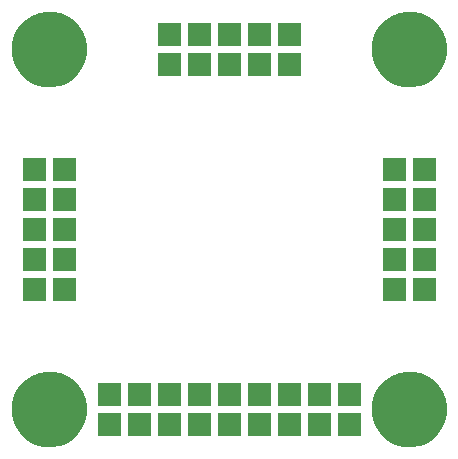
<source format=gbr>
G04 #@! TF.FileFunction,Soldermask,Bot*
%FSLAX46Y46*%
G04 Gerber Fmt 4.6, Leading zero omitted, Abs format (unit mm)*
G04 Created by KiCad (PCBNEW 4.0.1-stable) date 8. 8. 2016 15:38:06*
%MOMM*%
G01*
G04 APERTURE LIST*
%ADD10C,0.100000*%
G04 APERTURE END LIST*
D10*
G36*
X132416110Y-108562128D02*
X133030848Y-108688315D01*
X133609363Y-108931500D01*
X134129631Y-109282426D01*
X134571824Y-109727717D01*
X134919105Y-110250418D01*
X135158249Y-110830622D01*
X135280004Y-111445534D01*
X135280004Y-111445551D01*
X135280137Y-111446224D01*
X135270128Y-112163007D01*
X135269977Y-112163670D01*
X135269977Y-112163694D01*
X135131099Y-112774968D01*
X134875851Y-113348261D01*
X134514107Y-113861067D01*
X134059653Y-114293838D01*
X133529787Y-114630100D01*
X132944712Y-114857036D01*
X132326688Y-114966011D01*
X131699273Y-114952868D01*
X131086359Y-114818110D01*
X130511293Y-114566871D01*
X129995980Y-114208718D01*
X129560044Y-113757294D01*
X129220093Y-113229792D01*
X128989075Y-112646307D01*
X128875790Y-112029064D01*
X128884551Y-111401576D01*
X129015027Y-110787734D01*
X129262248Y-110210925D01*
X129616795Y-109693123D01*
X130065163Y-109254048D01*
X130590276Y-108910424D01*
X131172132Y-108675339D01*
X131788571Y-108557746D01*
X132416110Y-108562128D01*
X132416110Y-108562128D01*
G37*
G36*
X162896110Y-108562128D02*
X163510848Y-108688315D01*
X164089363Y-108931500D01*
X164609631Y-109282426D01*
X165051824Y-109727717D01*
X165399105Y-110250418D01*
X165638249Y-110830622D01*
X165760004Y-111445534D01*
X165760004Y-111445551D01*
X165760137Y-111446224D01*
X165750128Y-112163007D01*
X165749977Y-112163670D01*
X165749977Y-112163694D01*
X165611099Y-112774968D01*
X165355851Y-113348261D01*
X164994107Y-113861067D01*
X164539653Y-114293838D01*
X164009787Y-114630100D01*
X163424712Y-114857036D01*
X162806688Y-114966011D01*
X162179273Y-114952868D01*
X161566359Y-114818110D01*
X160991293Y-114566871D01*
X160475980Y-114208718D01*
X160040044Y-113757294D01*
X159700093Y-113229792D01*
X159469075Y-112646307D01*
X159355790Y-112029064D01*
X159364551Y-111401576D01*
X159495027Y-110787734D01*
X159742248Y-110210925D01*
X160096795Y-109693123D01*
X160545163Y-109254048D01*
X161070276Y-108910424D01*
X161652132Y-108675339D01*
X162268571Y-108557746D01*
X162896110Y-108562128D01*
X162896110Y-108562128D01*
G37*
G36*
X140662000Y-113992000D02*
X138738000Y-113992000D01*
X138738000Y-112068000D01*
X140662000Y-112068000D01*
X140662000Y-113992000D01*
X140662000Y-113992000D01*
G37*
G36*
X143202000Y-113992000D02*
X141278000Y-113992000D01*
X141278000Y-112068000D01*
X143202000Y-112068000D01*
X143202000Y-113992000D01*
X143202000Y-113992000D01*
G37*
G36*
X145742000Y-113992000D02*
X143818000Y-113992000D01*
X143818000Y-112068000D01*
X145742000Y-112068000D01*
X145742000Y-113992000D01*
X145742000Y-113992000D01*
G37*
G36*
X148282000Y-113992000D02*
X146358000Y-113992000D01*
X146358000Y-112068000D01*
X148282000Y-112068000D01*
X148282000Y-113992000D01*
X148282000Y-113992000D01*
G37*
G36*
X150822000Y-113992000D02*
X148898000Y-113992000D01*
X148898000Y-112068000D01*
X150822000Y-112068000D01*
X150822000Y-113992000D01*
X150822000Y-113992000D01*
G37*
G36*
X153362000Y-113992000D02*
X151438000Y-113992000D01*
X151438000Y-112068000D01*
X153362000Y-112068000D01*
X153362000Y-113992000D01*
X153362000Y-113992000D01*
G37*
G36*
X155902000Y-113992000D02*
X153978000Y-113992000D01*
X153978000Y-112068000D01*
X155902000Y-112068000D01*
X155902000Y-113992000D01*
X155902000Y-113992000D01*
G37*
G36*
X158442000Y-113992000D02*
X156518000Y-113992000D01*
X156518000Y-112068000D01*
X158442000Y-112068000D01*
X158442000Y-113992000D01*
X158442000Y-113992000D01*
G37*
G36*
X138122000Y-113992000D02*
X136198000Y-113992000D01*
X136198000Y-112068000D01*
X138122000Y-112068000D01*
X138122000Y-113992000D01*
X138122000Y-113992000D01*
G37*
G36*
X153362000Y-111452000D02*
X151438000Y-111452000D01*
X151438000Y-109528000D01*
X153362000Y-109528000D01*
X153362000Y-111452000D01*
X153362000Y-111452000D01*
G37*
G36*
X138122000Y-111452000D02*
X136198000Y-111452000D01*
X136198000Y-109528000D01*
X138122000Y-109528000D01*
X138122000Y-111452000D01*
X138122000Y-111452000D01*
G37*
G36*
X140662000Y-111452000D02*
X138738000Y-111452000D01*
X138738000Y-109528000D01*
X140662000Y-109528000D01*
X140662000Y-111452000D01*
X140662000Y-111452000D01*
G37*
G36*
X143202000Y-111452000D02*
X141278000Y-111452000D01*
X141278000Y-109528000D01*
X143202000Y-109528000D01*
X143202000Y-111452000D01*
X143202000Y-111452000D01*
G37*
G36*
X145742000Y-111452000D02*
X143818000Y-111452000D01*
X143818000Y-109528000D01*
X145742000Y-109528000D01*
X145742000Y-111452000D01*
X145742000Y-111452000D01*
G37*
G36*
X148282000Y-111452000D02*
X146358000Y-111452000D01*
X146358000Y-109528000D01*
X148282000Y-109528000D01*
X148282000Y-111452000D01*
X148282000Y-111452000D01*
G37*
G36*
X155902000Y-111452000D02*
X153978000Y-111452000D01*
X153978000Y-109528000D01*
X155902000Y-109528000D01*
X155902000Y-111452000D01*
X155902000Y-111452000D01*
G37*
G36*
X150822000Y-111452000D02*
X148898000Y-111452000D01*
X148898000Y-109528000D01*
X150822000Y-109528000D01*
X150822000Y-111452000D01*
X150822000Y-111452000D01*
G37*
G36*
X158442000Y-111452000D02*
X156518000Y-111452000D01*
X156518000Y-109528000D01*
X158442000Y-109528000D01*
X158442000Y-111452000D01*
X158442000Y-111452000D01*
G37*
G36*
X134312000Y-102562000D02*
X132388000Y-102562000D01*
X132388000Y-100638000D01*
X134312000Y-100638000D01*
X134312000Y-102562000D01*
X134312000Y-102562000D01*
G37*
G36*
X131772000Y-102562000D02*
X129848000Y-102562000D01*
X129848000Y-100638000D01*
X131772000Y-100638000D01*
X131772000Y-102562000D01*
X131772000Y-102562000D01*
G37*
G36*
X162252000Y-102562000D02*
X160328000Y-102562000D01*
X160328000Y-100638000D01*
X162252000Y-100638000D01*
X162252000Y-102562000D01*
X162252000Y-102562000D01*
G37*
G36*
X164792000Y-102562000D02*
X162868000Y-102562000D01*
X162868000Y-100638000D01*
X164792000Y-100638000D01*
X164792000Y-102562000D01*
X164792000Y-102562000D01*
G37*
G36*
X162252000Y-100022000D02*
X160328000Y-100022000D01*
X160328000Y-98098000D01*
X162252000Y-98098000D01*
X162252000Y-100022000D01*
X162252000Y-100022000D01*
G37*
G36*
X131772000Y-100022000D02*
X129848000Y-100022000D01*
X129848000Y-98098000D01*
X131772000Y-98098000D01*
X131772000Y-100022000D01*
X131772000Y-100022000D01*
G37*
G36*
X164792000Y-100022000D02*
X162868000Y-100022000D01*
X162868000Y-98098000D01*
X164792000Y-98098000D01*
X164792000Y-100022000D01*
X164792000Y-100022000D01*
G37*
G36*
X134312000Y-100022000D02*
X132388000Y-100022000D01*
X132388000Y-98098000D01*
X134312000Y-98098000D01*
X134312000Y-100022000D01*
X134312000Y-100022000D01*
G37*
G36*
X134312000Y-97482000D02*
X132388000Y-97482000D01*
X132388000Y-95558000D01*
X134312000Y-95558000D01*
X134312000Y-97482000D01*
X134312000Y-97482000D01*
G37*
G36*
X162252000Y-97482000D02*
X160328000Y-97482000D01*
X160328000Y-95558000D01*
X162252000Y-95558000D01*
X162252000Y-97482000D01*
X162252000Y-97482000D01*
G37*
G36*
X164792000Y-97482000D02*
X162868000Y-97482000D01*
X162868000Y-95558000D01*
X164792000Y-95558000D01*
X164792000Y-97482000D01*
X164792000Y-97482000D01*
G37*
G36*
X131772000Y-97482000D02*
X129848000Y-97482000D01*
X129848000Y-95558000D01*
X131772000Y-95558000D01*
X131772000Y-97482000D01*
X131772000Y-97482000D01*
G37*
G36*
X131772000Y-94942000D02*
X129848000Y-94942000D01*
X129848000Y-93018000D01*
X131772000Y-93018000D01*
X131772000Y-94942000D01*
X131772000Y-94942000D01*
G37*
G36*
X134312000Y-94942000D02*
X132388000Y-94942000D01*
X132388000Y-93018000D01*
X134312000Y-93018000D01*
X134312000Y-94942000D01*
X134312000Y-94942000D01*
G37*
G36*
X162252000Y-94942000D02*
X160328000Y-94942000D01*
X160328000Y-93018000D01*
X162252000Y-93018000D01*
X162252000Y-94942000D01*
X162252000Y-94942000D01*
G37*
G36*
X164792000Y-94942000D02*
X162868000Y-94942000D01*
X162868000Y-93018000D01*
X164792000Y-93018000D01*
X164792000Y-94942000D01*
X164792000Y-94942000D01*
G37*
G36*
X162252000Y-92402000D02*
X160328000Y-92402000D01*
X160328000Y-90478000D01*
X162252000Y-90478000D01*
X162252000Y-92402000D01*
X162252000Y-92402000D01*
G37*
G36*
X164792000Y-92402000D02*
X162868000Y-92402000D01*
X162868000Y-90478000D01*
X164792000Y-90478000D01*
X164792000Y-92402000D01*
X164792000Y-92402000D01*
G37*
G36*
X134312000Y-92402000D02*
X132388000Y-92402000D01*
X132388000Y-90478000D01*
X134312000Y-90478000D01*
X134312000Y-92402000D01*
X134312000Y-92402000D01*
G37*
G36*
X131772000Y-92402000D02*
X129848000Y-92402000D01*
X129848000Y-90478000D01*
X131772000Y-90478000D01*
X131772000Y-92402000D01*
X131772000Y-92402000D01*
G37*
G36*
X162896110Y-78082128D02*
X163510848Y-78208315D01*
X164089363Y-78451500D01*
X164609631Y-78802426D01*
X165051824Y-79247717D01*
X165399105Y-79770418D01*
X165638249Y-80350622D01*
X165760004Y-80965534D01*
X165760004Y-80965551D01*
X165760137Y-80966224D01*
X165750128Y-81683007D01*
X165749977Y-81683670D01*
X165749977Y-81683694D01*
X165611099Y-82294968D01*
X165355851Y-82868261D01*
X164994107Y-83381067D01*
X164539653Y-83813838D01*
X164009787Y-84150100D01*
X163424712Y-84377036D01*
X162806688Y-84486011D01*
X162179273Y-84472868D01*
X161566359Y-84338110D01*
X160991293Y-84086871D01*
X160475980Y-83728718D01*
X160040044Y-83277294D01*
X159700093Y-82749792D01*
X159469075Y-82166307D01*
X159355790Y-81549064D01*
X159364551Y-80921576D01*
X159495027Y-80307734D01*
X159742248Y-79730925D01*
X160096795Y-79213123D01*
X160545163Y-78774048D01*
X161070276Y-78430424D01*
X161652132Y-78195339D01*
X162268571Y-78077746D01*
X162896110Y-78082128D01*
X162896110Y-78082128D01*
G37*
G36*
X132416110Y-78082128D02*
X133030848Y-78208315D01*
X133609363Y-78451500D01*
X134129631Y-78802426D01*
X134571824Y-79247717D01*
X134919105Y-79770418D01*
X135158249Y-80350622D01*
X135280004Y-80965534D01*
X135280004Y-80965551D01*
X135280137Y-80966224D01*
X135270128Y-81683007D01*
X135269977Y-81683670D01*
X135269977Y-81683694D01*
X135131099Y-82294968D01*
X134875851Y-82868261D01*
X134514107Y-83381067D01*
X134059653Y-83813838D01*
X133529787Y-84150100D01*
X132944712Y-84377036D01*
X132326688Y-84486011D01*
X131699273Y-84472868D01*
X131086359Y-84338110D01*
X130511293Y-84086871D01*
X129995980Y-83728718D01*
X129560044Y-83277294D01*
X129220093Y-82749792D01*
X128989075Y-82166307D01*
X128875790Y-81549064D01*
X128884551Y-80921576D01*
X129015027Y-80307734D01*
X129262248Y-79730925D01*
X129616795Y-79213123D01*
X130065163Y-78774048D01*
X130590276Y-78430424D01*
X131172132Y-78195339D01*
X131788571Y-78077746D01*
X132416110Y-78082128D01*
X132416110Y-78082128D01*
G37*
G36*
X150822000Y-83512000D02*
X148898000Y-83512000D01*
X148898000Y-81588000D01*
X150822000Y-81588000D01*
X150822000Y-83512000D01*
X150822000Y-83512000D01*
G37*
G36*
X148282000Y-83512000D02*
X146358000Y-83512000D01*
X146358000Y-81588000D01*
X148282000Y-81588000D01*
X148282000Y-83512000D01*
X148282000Y-83512000D01*
G37*
G36*
X145742000Y-83512000D02*
X143818000Y-83512000D01*
X143818000Y-81588000D01*
X145742000Y-81588000D01*
X145742000Y-83512000D01*
X145742000Y-83512000D01*
G37*
G36*
X143202000Y-83512000D02*
X141278000Y-83512000D01*
X141278000Y-81588000D01*
X143202000Y-81588000D01*
X143202000Y-83512000D01*
X143202000Y-83512000D01*
G37*
G36*
X153362000Y-83512000D02*
X151438000Y-83512000D01*
X151438000Y-81588000D01*
X153362000Y-81588000D01*
X153362000Y-83512000D01*
X153362000Y-83512000D01*
G37*
G36*
X153362000Y-80972000D02*
X151438000Y-80972000D01*
X151438000Y-79048000D01*
X153362000Y-79048000D01*
X153362000Y-80972000D01*
X153362000Y-80972000D01*
G37*
G36*
X150822000Y-80972000D02*
X148898000Y-80972000D01*
X148898000Y-79048000D01*
X150822000Y-79048000D01*
X150822000Y-80972000D01*
X150822000Y-80972000D01*
G37*
G36*
X148282000Y-80972000D02*
X146358000Y-80972000D01*
X146358000Y-79048000D01*
X148282000Y-79048000D01*
X148282000Y-80972000D01*
X148282000Y-80972000D01*
G37*
G36*
X145742000Y-80972000D02*
X143818000Y-80972000D01*
X143818000Y-79048000D01*
X145742000Y-79048000D01*
X145742000Y-80972000D01*
X145742000Y-80972000D01*
G37*
G36*
X143202000Y-80972000D02*
X141278000Y-80972000D01*
X141278000Y-79048000D01*
X143202000Y-79048000D01*
X143202000Y-80972000D01*
X143202000Y-80972000D01*
G37*
M02*

</source>
